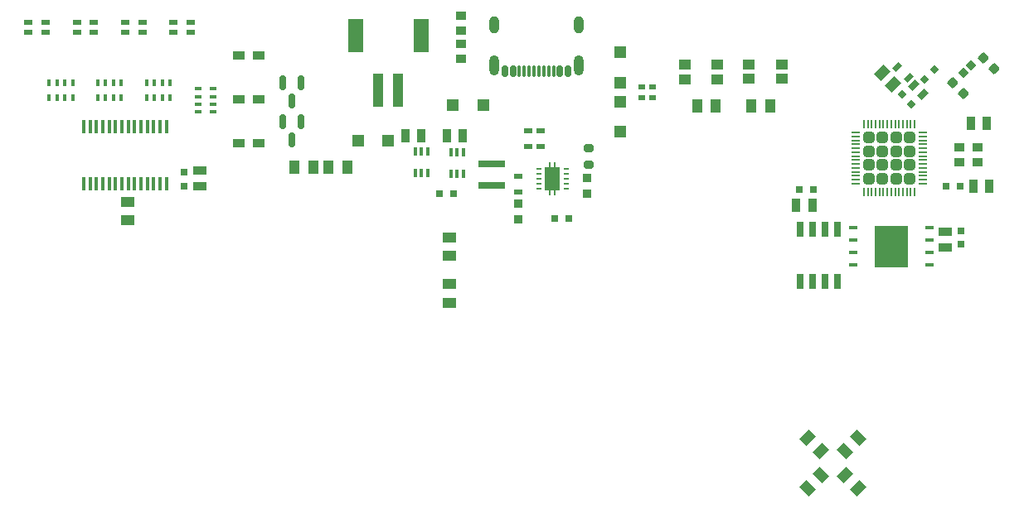
<source format=gtp>
G04 #@! TF.GenerationSoftware,KiCad,Pcbnew,9.0.2*
G04 #@! TF.CreationDate,2025-08-27T11:59:38-05:00*
G04 #@! TF.ProjectId,controller,636f6e74-726f-46c6-9c65-722e6b696361,rev?*
G04 #@! TF.SameCoordinates,Original*
G04 #@! TF.FileFunction,Paste,Top*
G04 #@! TF.FilePolarity,Positive*
%FSLAX46Y46*%
G04 Gerber Fmt 4.6, Leading zero omitted, Abs format (unit mm)*
G04 Created by KiCad (PCBNEW 9.0.2) date 2025-08-27 11:59:38*
%MOMM*%
%LPD*%
G01*
G04 APERTURE LIST*
G04 Aperture macros list*
%AMRoundRect*
0 Rectangle with rounded corners*
0 $1 Rounding radius*
0 $2 $3 $4 $5 $6 $7 $8 $9 X,Y pos of 4 corners*
0 Add a 4 corners polygon primitive as box body*
4,1,4,$2,$3,$4,$5,$6,$7,$8,$9,$2,$3,0*
0 Add four circle primitives for the rounded corners*
1,1,$1+$1,$2,$3*
1,1,$1+$1,$4,$5*
1,1,$1+$1,$6,$7*
1,1,$1+$1,$8,$9*
0 Add four rect primitives between the rounded corners*
20,1,$1+$1,$2,$3,$4,$5,0*
20,1,$1+$1,$4,$5,$6,$7,0*
20,1,$1+$1,$6,$7,$8,$9,0*
20,1,$1+$1,$8,$9,$2,$3,0*%
%AMRotRect*
0 Rectangle, with rotation*
0 The origin of the aperture is its center*
0 $1 length*
0 $2 width*
0 $3 Rotation angle, in degrees counterclockwise*
0 Add horizontal line*
21,1,$1,$2,0,0,$3*%
G04 Aperture macros list end*
%ADD10R,0.940000X0.540000*%
%ADD11RotRect,0.700000X0.700000X45.000000*%
%ADD12R,0.700000X0.700000*%
%ADD13R,1.400000X1.000000*%
%ADD14RoundRect,0.150000X-0.150000X0.587500X-0.150000X-0.587500X0.150000X-0.587500X0.150000X0.587500X0*%
%ADD15R,1.000000X1.400000*%
%ADD16C,0.300000*%
%ADD17RotRect,1.000000X1.400000X315.000000*%
%ADD18R,1.220000X1.150000*%
%ADD19R,0.450000X0.800000*%
%ADD20R,2.700000X0.800000*%
%ADD21R,0.950000X0.900000*%
%ADD22RotRect,1.000000X1.400000X225.000000*%
%ADD23R,0.850000X0.500000*%
%ADD24R,0.700000X0.425000*%
%ADD25RotRect,0.800000X0.800000X315.000000*%
%ADD26R,1.200000X0.950000*%
%ADD27R,0.960000X1.390000*%
%ADD28R,0.750000X0.600000*%
%ADD29R,1.150000X1.220000*%
%ADD30RoundRect,0.225000X-0.335876X-0.017678X-0.017678X-0.335876X0.335876X0.017678X0.017678X0.335876X0*%
%ADD31R,1.390000X0.960000*%
%ADD32RoundRect,0.150000X0.150000X0.425000X-0.150000X0.425000X-0.150000X-0.425000X0.150000X-0.425000X0*%
%ADD33RoundRect,0.075000X0.075000X0.500000X-0.075000X0.500000X-0.075000X-0.500000X0.075000X-0.500000X0*%
%ADD34O,1.000000X2.100000*%
%ADD35O,1.000000X1.800000*%
%ADD36R,0.950000X0.450000*%
%ADD37R,3.450000X4.350000*%
%ADD38RotRect,0.540000X0.940000X135.000000*%
%ADD39RoundRect,0.250000X-0.315000X0.315000X-0.315000X-0.315000X0.315000X-0.315000X0.315000X0.315000X0*%
%ADD40RoundRect,0.050000X-0.050000X0.387500X-0.050000X-0.387500X0.050000X-0.387500X0.050000X0.387500X0*%
%ADD41RoundRect,0.050000X-0.387500X0.050000X-0.387500X-0.050000X0.387500X-0.050000X0.387500X0.050000X0*%
%ADD42RotRect,0.625000X1.000000X315.000000*%
%ADD43R,1.000000X0.850000*%
%ADD44R,0.650000X1.500000*%
%ADD45R,0.450000X0.950000*%
%ADD46RotRect,0.960000X1.390000X135.000000*%
%ADD47R,1.000000X3.500000*%
%ADD48R,1.500000X3.400000*%
%ADD49R,0.914400X1.447800*%
%ADD50R,1.150000X1.050000*%
%ADD51R,0.450000X1.475000*%
%ADD52RotRect,0.700000X0.700000X135.000000*%
%ADD53RoundRect,0.200000X-0.275000X0.200000X-0.275000X-0.200000X0.275000X-0.200000X0.275000X0.200000X0*%
%ADD54R,1.000000X0.950000*%
%ADD55R,0.425000X0.700000*%
%ADD56R,0.600000X0.240000*%
%ADD57R,1.650000X2.400000*%
%ADD58R,0.250000X0.500000*%
%ADD59RotRect,1.000000X1.400000X135.000000*%
%ADD60RotRect,1.000000X1.400000X45.000000*%
G04 APERTURE END LIST*
D10*
X141549600Y-57645200D03*
X141549600Y-56045200D03*
X142849600Y-57645200D03*
X142849600Y-56045200D03*
D11*
X182100000Y-50789950D03*
X183089950Y-49800000D03*
D12*
X133959600Y-62484000D03*
X132559600Y-62484000D03*
D13*
X133540000Y-71730000D03*
X133540000Y-73630000D03*
D14*
X118400000Y-55150000D03*
X116500000Y-55150000D03*
X117450000Y-57025000D03*
X118400000Y-51162500D03*
X116500000Y-51162500D03*
X117450000Y-53037500D03*
D15*
X121200000Y-59750000D03*
X123100000Y-59750000D03*
D16*
X145350000Y-60450000D03*
X144150000Y-60450000D03*
D17*
X170138122Y-87488122D03*
X171481624Y-88831624D03*
D18*
X150977600Y-53060000D03*
X150977600Y-56160000D03*
D19*
X105022119Y-51106819D03*
X104222119Y-51106819D03*
X103422119Y-51106819D03*
X102622119Y-51106819D03*
X102622119Y-52706819D03*
X103422119Y-52706819D03*
X104222119Y-52706819D03*
X105022119Y-52706819D03*
D12*
X144300000Y-65050000D03*
X145700000Y-65050000D03*
D18*
X150977600Y-51130800D03*
X150977600Y-48030800D03*
D20*
X137850000Y-61650000D03*
X137850000Y-59450000D03*
D21*
X147600000Y-60900000D03*
X147600000Y-62500000D03*
D22*
X175300000Y-87488122D03*
X173956498Y-88831624D03*
D23*
X95505452Y-46006819D03*
X97255452Y-46006819D03*
X95505452Y-45006819D03*
X97255452Y-45006819D03*
D24*
X107900000Y-51750000D03*
X107900000Y-52550000D03*
X107900000Y-53350000D03*
X107900000Y-54150000D03*
X109400000Y-54150000D03*
X109400000Y-53350000D03*
X109400000Y-52550000D03*
X109400000Y-51750000D03*
D25*
X186786917Y-49359099D03*
X186009099Y-50136917D03*
D26*
X112000000Y-57300000D03*
X114100000Y-57300000D03*
D27*
X170590000Y-63700000D03*
X168970000Y-63700000D03*
D28*
X153221600Y-52679600D03*
X154321600Y-52679600D03*
D29*
X127300000Y-57075000D03*
X124200000Y-57075000D03*
D30*
X188051992Y-48601992D03*
X189148008Y-49698008D03*
D15*
X119650000Y-59750000D03*
X117750000Y-59750000D03*
D23*
X100438786Y-46006819D03*
X102188786Y-46006819D03*
X100438786Y-45006819D03*
X102188786Y-45006819D03*
D26*
X112000000Y-48350000D03*
X114100000Y-48350000D03*
D31*
X108102880Y-61704819D03*
X108102880Y-60084819D03*
D30*
X184951992Y-51131992D03*
X186048008Y-52228008D03*
D12*
X185800000Y-66300000D03*
X185800000Y-67700000D03*
D27*
X129090000Y-56525000D03*
X130710000Y-56525000D03*
D32*
X145640000Y-49975000D03*
X144840000Y-49975000D03*
D33*
X143690000Y-49975000D03*
X142690000Y-49975000D03*
X142190000Y-49975000D03*
X141190000Y-49975000D03*
D32*
X140040000Y-49975000D03*
X139240000Y-49975000D03*
X139240000Y-49975000D03*
X140040000Y-49975000D03*
D33*
X140690000Y-49975000D03*
X141690000Y-49975000D03*
X143190000Y-49975000D03*
X144190000Y-49975000D03*
D32*
X144840000Y-49975000D03*
X145640000Y-49975000D03*
D34*
X146760000Y-49400000D03*
D35*
X146760000Y-45220000D03*
D34*
X138120000Y-49400000D03*
D35*
X138120000Y-45220000D03*
D36*
X174800000Y-66000000D03*
X174800000Y-67270000D03*
X174800000Y-68540000D03*
X174800000Y-69810000D03*
X182600000Y-69810000D03*
X182600000Y-68540000D03*
X182600000Y-67270000D03*
X182600000Y-66000000D03*
D37*
X178700000Y-67905000D03*
D38*
X180415685Y-50665685D03*
X179284315Y-49534315D03*
D31*
X184200000Y-66395000D03*
X184200000Y-68015000D03*
D23*
X105372119Y-46006819D03*
X107122119Y-46006819D03*
X105372119Y-45006819D03*
X107122119Y-45006819D03*
D39*
X180562500Y-56750000D03*
X179162500Y-56750000D03*
X177762500Y-56750000D03*
X176362500Y-56750000D03*
X180562500Y-58150000D03*
X179162500Y-58150000D03*
X177762500Y-58150000D03*
X176362500Y-58150000D03*
X180562500Y-59550000D03*
X179162500Y-59550000D03*
X177762500Y-59550000D03*
X176362500Y-59550000D03*
X180562500Y-60950000D03*
X179162500Y-60950000D03*
X177762500Y-60950000D03*
X176362500Y-60950000D03*
D40*
X181062500Y-55412500D03*
X180662500Y-55412500D03*
X180262500Y-55412500D03*
X179862500Y-55412500D03*
X179462500Y-55412500D03*
X179062500Y-55412500D03*
X178662500Y-55412500D03*
X178262500Y-55412500D03*
X177862500Y-55412500D03*
X177462500Y-55412500D03*
X177062500Y-55412500D03*
X176662500Y-55412500D03*
X176262500Y-55412500D03*
X175862500Y-55412500D03*
D41*
X175025000Y-56250000D03*
X175025000Y-56650000D03*
X175025000Y-57050000D03*
X175025000Y-57450000D03*
X175025000Y-57850000D03*
X175025000Y-58250000D03*
X175025000Y-58650000D03*
X175025000Y-59050000D03*
X175025000Y-59450000D03*
X175025000Y-59850000D03*
X175025000Y-60250000D03*
X175025000Y-60650000D03*
X175025000Y-61050000D03*
X175025000Y-61450000D03*
D40*
X175862500Y-62287500D03*
X176262500Y-62287500D03*
X176662500Y-62287500D03*
X177062500Y-62287500D03*
X177462500Y-62287500D03*
X177862500Y-62287500D03*
X178262500Y-62287500D03*
X178662500Y-62287500D03*
X179062500Y-62287500D03*
X179462500Y-62287500D03*
X179862500Y-62287500D03*
X180262500Y-62287500D03*
X180662500Y-62287500D03*
X181062500Y-62287500D03*
D41*
X181900000Y-61450000D03*
X181900000Y-61050000D03*
X181900000Y-60650000D03*
X181900000Y-60250000D03*
X181900000Y-59850000D03*
X181900000Y-59450000D03*
X181900000Y-59050000D03*
X181900000Y-58650000D03*
X181900000Y-58250000D03*
X181900000Y-57850000D03*
X181900000Y-57450000D03*
X181900000Y-57050000D03*
X181900000Y-56650000D03*
X181900000Y-56250000D03*
D13*
X100700000Y-65200000D03*
X100700000Y-63300000D03*
D42*
X180994194Y-51394194D03*
X181895756Y-52295756D03*
D43*
X134730351Y-45809600D03*
X134730351Y-44309600D03*
D15*
X160725000Y-53525000D03*
X158825000Y-53525000D03*
D12*
X170680000Y-62050000D03*
X169280000Y-62050000D03*
D44*
X169395000Y-71505000D03*
X170665000Y-71505000D03*
X171935000Y-71505000D03*
X173205000Y-71505000D03*
X173205000Y-66105000D03*
X171935000Y-66105000D03*
X170665000Y-66105000D03*
X169395000Y-66105000D03*
D45*
X135000000Y-58225000D03*
X134350000Y-58225000D03*
X133700000Y-58225000D03*
X133700000Y-60425000D03*
X134350000Y-60425000D03*
X135000000Y-60425000D03*
D26*
X112000000Y-52850000D03*
X114100000Y-52850000D03*
D46*
X178883416Y-51317731D03*
X177737904Y-50172219D03*
D47*
X128300000Y-51896000D03*
X126300000Y-51896000D03*
D48*
X130650000Y-46346000D03*
X123950000Y-46346000D03*
D19*
X95072119Y-51106819D03*
X94272119Y-51106819D03*
X93472119Y-51106819D03*
X92672119Y-51106819D03*
X92672119Y-52706819D03*
X93472119Y-52706819D03*
X94272119Y-52706819D03*
X95072119Y-52706819D03*
D49*
X187017200Y-61720000D03*
X188642800Y-61720000D03*
D12*
X185700000Y-61700000D03*
X184300000Y-61700000D03*
D13*
X133520000Y-68870000D03*
X133520000Y-66970000D03*
D50*
X160925000Y-50775000D03*
X160925000Y-49325000D03*
X157575000Y-50775000D03*
X157575000Y-49325000D03*
D51*
X104652880Y-55618819D03*
X104002880Y-55618819D03*
X103352880Y-55618819D03*
X102702880Y-55618819D03*
X102052880Y-55618819D03*
X101402880Y-55618819D03*
X100752880Y-55618819D03*
X100102880Y-55618819D03*
X99452880Y-55618819D03*
X98802880Y-55618819D03*
X98152880Y-55618819D03*
X97502880Y-55618819D03*
X96852880Y-55618819D03*
X96202880Y-55618819D03*
X96202880Y-61494819D03*
X96852880Y-61494819D03*
X97502880Y-61494819D03*
X98152880Y-61494819D03*
X98802880Y-61494819D03*
X99452880Y-61494819D03*
X100102880Y-61494819D03*
X100752880Y-61494819D03*
X101402880Y-61494819D03*
X102052880Y-61494819D03*
X102702880Y-61494819D03*
X103352880Y-61494819D03*
X104002880Y-61494819D03*
X104652880Y-61494819D03*
D52*
X180733375Y-53326975D03*
X179743425Y-52337025D03*
D21*
X140600000Y-63550000D03*
X140600000Y-65150000D03*
D15*
X166275000Y-53525000D03*
X164375000Y-53525000D03*
D10*
X140550000Y-62350000D03*
X140550000Y-60750000D03*
D29*
X137000000Y-53441600D03*
X133900000Y-53441600D03*
D50*
X167500000Y-50750000D03*
X167500000Y-49300000D03*
X164150000Y-50750000D03*
X164150000Y-49300000D03*
D12*
X106414880Y-61719819D03*
X106414880Y-60319819D03*
D23*
X90572119Y-46006819D03*
X92322119Y-46006819D03*
X90572119Y-45006819D03*
X92322119Y-45006819D03*
D53*
X147750000Y-57875000D03*
X147750000Y-59525000D03*
D54*
X187465000Y-57715000D03*
X185615000Y-57715000D03*
X185615000Y-59265000D03*
X187465000Y-59265000D03*
D43*
X134730351Y-47205200D03*
X134730351Y-48705200D03*
D55*
X100047119Y-51156819D03*
X99247119Y-51156819D03*
X98447119Y-51156819D03*
X97647119Y-51156819D03*
X97647119Y-52656819D03*
X98447119Y-52656819D03*
X99247119Y-52656819D03*
X100047119Y-52656819D03*
D28*
X153221600Y-51529600D03*
X154321600Y-51529600D03*
D45*
X131350000Y-58175000D03*
X130700000Y-58175000D03*
X130050000Y-58175000D03*
X130050000Y-60375000D03*
X130700000Y-60375000D03*
X131350000Y-60375000D03*
D56*
X142650000Y-59950000D03*
X142650000Y-60450000D03*
X142650000Y-60950000D03*
X142650000Y-61450000D03*
X142650000Y-61950000D03*
X145450000Y-61950000D03*
X145450000Y-61450000D03*
X145450000Y-60950000D03*
X145450000Y-60450000D03*
X145450000Y-59950000D03*
D57*
X144050000Y-60950000D03*
D58*
X143800000Y-62400000D03*
X144300000Y-62400000D03*
X143800000Y-59500000D03*
X144300000Y-59500000D03*
D59*
X175300000Y-92650000D03*
X173956498Y-91306498D03*
D49*
X186777200Y-55300000D03*
X188402800Y-55300000D03*
D60*
X170138122Y-92650000D03*
X171481624Y-91306498D03*
D27*
X134880000Y-56575000D03*
X133260000Y-56575000D03*
M02*

</source>
